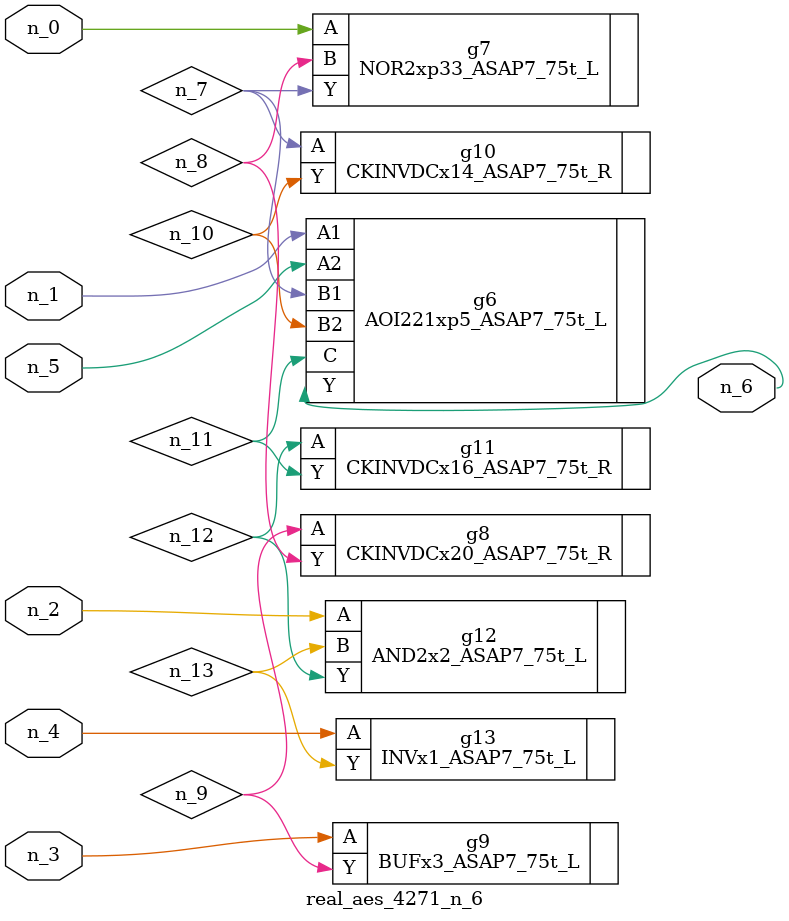
<source format=v>
module real_aes_4271_n_6 (n_4, n_0, n_3, n_5, n_2, n_1, n_6);
input n_4;
input n_0;
input n_3;
input n_5;
input n_2;
input n_1;
output n_6;
wire n_13;
wire n_7;
wire n_8;
wire n_9;
wire n_12;
wire n_10;
wire n_11;
NOR2xp33_ASAP7_75t_L g7 ( .A(n_0), .B(n_8), .Y(n_7) );
AOI221xp5_ASAP7_75t_L g6 ( .A1(n_1), .A2(n_5), .B1(n_7), .B2(n_10), .C(n_11), .Y(n_6) );
AND2x2_ASAP7_75t_L g12 ( .A(n_2), .B(n_13), .Y(n_12) );
BUFx3_ASAP7_75t_L g9 ( .A(n_3), .Y(n_9) );
INVx1_ASAP7_75t_L g13 ( .A(n_4), .Y(n_13) );
CKINVDCx14_ASAP7_75t_R g10 ( .A(n_7), .Y(n_10) );
CKINVDCx20_ASAP7_75t_R g8 ( .A(n_9), .Y(n_8) );
CKINVDCx16_ASAP7_75t_R g11 ( .A(n_12), .Y(n_11) );
endmodule
</source>
